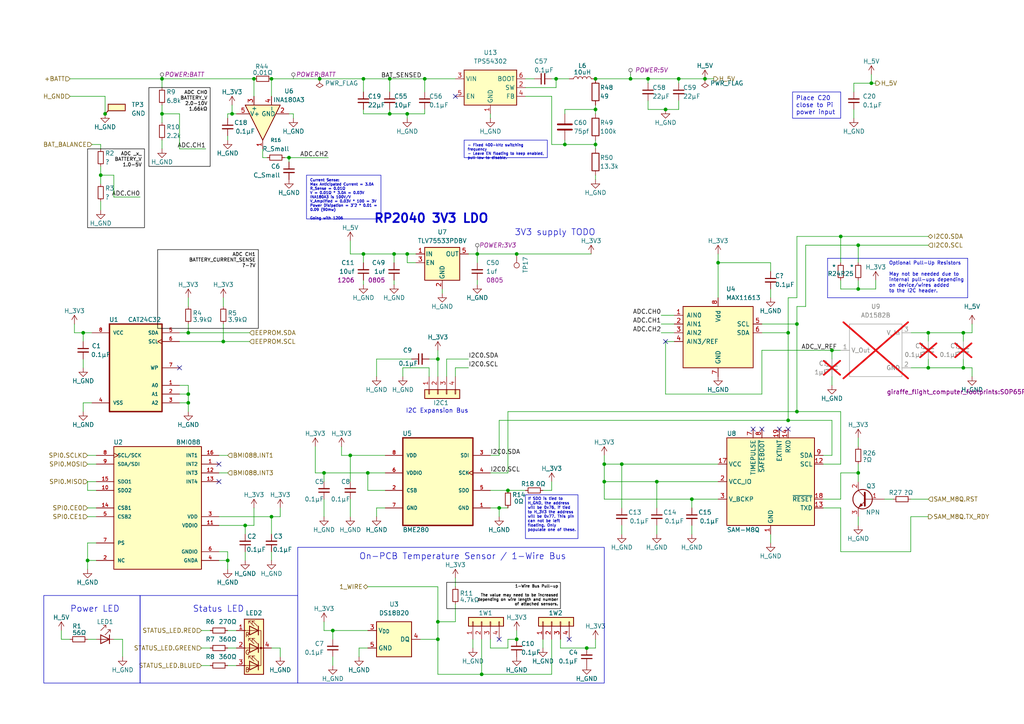
<source format=kicad_sch>
(kicad_sch (version 20250114) (generator "eeschema") (generator_version "9.0")
  (paper "A4")
  (rectangle (start 40.64 172.72) (end 86.36 198.12))
  (rectangle (start 86.36 158.75) (end 175.26 198.12))
  (rectangle (start 12.7 172.72) (end 40.64 198.12))
  (text "Optional Pull-Up Resistors\n\nMay not be needed due to\ninternal pull-ups depending\non device/wires added\nto the I2C header." (at 257.81 85.09 0) (effects (font (size 1 1)) (justify left bottom)))
  (text "3V3 supply TODO" (at 149.225 68.58 0) (effects (font (size 1.8 1.8)) (justify left bottom)))
  (text "I2C Expansion Bus" (at 135.89 120.015 0) (effects (font (size 1.27 1.27)) (justify right bottom)))
  (text "On-PCB Temperature Sensor / 1-Wire Bus" (at 104.14 162.56 0) (effects (font (size 1.8 1.8)) (justify left bottom)))
  (text "RP2040 3V3 LDO" (at 125.095 63.5 0) (effects (font (size 2.54 2.54) (thickness 0.508) (bold yes))))
  (text "Status LED" (at 55.88 177.8 0) (effects (font (size 1.8 1.8)) (justify left bottom)))
  (text "Power LED" (at 20.32 177.8 0) (effects (font (size 1.8 1.8)) (justify left bottom)))
  (text_box "- Fixed 400-kHz switching frequency\n- Leave EN floating to keep enabled, pull low to disable.\n" (at 134.62 40.64 0) (size 24.13 5.08) (margins 0.9525 0.9525 0.9525 0.9525) (effects (font (size 0.762 0.762)) (justify left top)))
  (text_box "Place C20 close to Pi power input" (at 229.87 26.67 0) (size 13.97 7.62) (margins 0.9525 0.9525 0.9525 0.9525) (effects (font (size 1.27 1.27)) (justify left top)))
  (text_box "ADC CH1\nBATTERY_CURRENT_SENSE\n?-?V" (at 45.72 72.39 0) (size 29.21 22.86) (margins 0.75 0.75 0.75 0.75) (stroke (width 0) (color 0 0 0 1)) (effects (font (size 1 1)) (justify right top)))
  (text_box "ADC _x_\nBATTERY_V\n1.0-5V\n" (at 25.4 43.18 0) (size 16.51 22.86) (margins 0.75 0.75 0.75 0.75) (stroke (width 0) (color 0 0 0 1)) (effects (font (size 1 1)) (justify right top)))
  (text_box "If SDO is tied to H_GND, the address will be 0x76, if tied to H_3V3 the address will be 0x77. This pin can not be left floating. Only populate one of these." (at 152.4 143.51 0) (size 15.24 12.7) (margins 0.6 0.6 0.6 0.6) (effects (font (size 0.8 0.8)) (justify left top)))
  (text_box "ADC CH0\nBATTERY_V\n2.0-10V\n1.66kΩ" (at 43.18 25.4 0) (size 17.78 22.86) (margins 0.75 0.75 0.75 0.75) (stroke (width 0) (color 0 0 0 1)) (effects (font (size 1 1)) (justify right top)))
  (text_box "1-Wire Bus Pull-up\n\nThe value may need to be increased\ndepending on wire length and number\nof attached sensors." (at 129.54 168.91 0) (size 33.02 7.62) (margins 0.6 0.6 0.6 0.6) (stroke (width 0) (color 0 0 0 1)) (effects (font (size 0.8 0.8)) (justify right top)))
  (text_box "Current Sense:\nMax Anticipated Current = 3.0A\nR_Sense = 0.01Ω\nV = 0.01Ω * 3.0A = 0.03V\nINA180A3 is 100V/V\nV_Amplified = 0.03V * 100 = 3V\nPower Disipation = 3^2 * 0.01 = 0.09 (90mw)\n\nGoing with 1206" (at 88.9 50.8 0) (size 21.59 12.7) (margins 0.9525 0.9525 0.9525 0.9525) (effects (font (size 0.762 0.762) (thickness 0.1588)) (justify left top)))
  (junction (at 101.6 132.08))
  (junction (at 144.78 147.32))
  (junction (at 248.92 137.16))
  (junction (at 172.72 41.91))
  (junction (at 187.96 22.86))
  (junction (at 149.86 185.42))
  (junction (at 163.83 41.91))
  (junction (at 269.24 106.68))
  (junction (at 172.72 22.86))
  (junction (at 96.52 182.88))
  (junction (at 78.74 149.86))
  (junction (at 30.48 33.02))
  (junction (at 73.66 22.86))
  (junction (at 67.31 33.02))
  (junction (at 228.6 96.52))
  (junction (at 54.61 116.84))
  (junction (at 127 104.14))
  (junction (at 161.29 22.86))
  (junction (at 231.14 119.38))
  (junction (at 252.73 24.13))
  (junction (at 83.82 45.72))
  (junction (at 279.4 96.52))
  (junction (at 248.92 83.82))
  (junction (at 46.99 22.86))
  (junction (at 78.74 22.86))
  (junction (at 118.11 73.66))
  (junction (at 118.11 33.02))
  (junction (at 243.84 68.58))
  (junction (at 92.71 22.86))
  (junction (at 228.6 121.92))
  (junction (at 200.66 144.78))
  (junction (at 93.98 137.16))
  (junction (at 54.61 114.3))
  (junction (at 138.43 73.66))
  (junction (at 269.24 96.52))
  (junction (at 113.03 22.86))
  (junction (at 54.61 96.52))
  (junction (at 66.04 162.56))
  (junction (at 64.77 99.06))
  (junction (at 149.86 73.66))
  (junction (at 25.4 162.56))
  (junction (at 46.99 33.02))
  (junction (at 127 185.42))
  (junction (at 105.41 22.86))
  (junction (at 139.7 195.58))
  (junction (at 24.13 96.52))
  (junction (at 114.3 73.66))
  (junction (at 208.28 76.2))
  (junction (at 106.68 137.16))
  (junction (at 29.21 50.8))
  (junction (at 190.5 139.7))
  (junction (at 127 180.34))
  (junction (at 248.92 71.12))
  (junction (at 105.41 73.66))
  (junction (at 241.3 101.6))
  (junction (at 231.14 93.98))
  (junction (at 196.85 22.86))
  (junction (at 113.03 33.02))
  (junction (at 193.04 31.75))
  (junction (at 204.47 22.86))
  (junction (at 172.72 31.75))
  (junction (at 175.26 134.62))
  (junction (at 180.34 134.62))
  (junction (at 175.26 139.7))
  (junction (at 71.12 152.4))
  (junction (at 279.4 106.68))
  (junction (at 123.19 22.86))
  (junction (at 182.88 22.86))
  (junction (at 147.32 142.24))
  (junction (at 170.18 187.96))
  (no_connect (at 193.04 99.06))
  (no_connect (at 220.98 124.46))
  (no_connect (at 218.44 124.46))
  (no_connect (at 144.78 185.42))
  (no_connect (at 228.6 124.46))
  (no_connect (at 52.07 106.68))
  (no_connect (at 165.1 185.42))
  (no_connect (at 63.5 139.7))
  (no_connect (at 226.06 124.46))
  (no_connect (at 132.08 27.94))
  (no_connect (at 63.5 134.62))
  (wire (pts (xy 175.26 132.08) (xy 175.26 134.62)))
  (wire (pts (xy 175.26 139.7) (xy 175.26 144.78)))
  (wire (pts (xy 26.67 116.84) (xy 24.13 116.84)))
  (wire (pts (xy 241.3 101.6) (xy 241.3 104.14)))
  (wire (pts (xy 160.02 185.42) (xy 160.02 195.58)))
  (wire (pts (xy 264.16 96.52) (xy 269.24 96.52)))
  (wire (pts (xy 163.83 31.75) (xy 172.72 31.75)))
  (wire (pts (xy 248.92 81.28) (xy 248.92 83.82)))
  (wire (pts (xy 129.54 104.14) (xy 135.89 104.14)))
  (wire (pts (xy 269.24 96.52) (xy 279.4 96.52)))
  (wire (pts (xy 162.56 185.42) (xy 162.56 187.96)))
  (wire (pts (xy 105.41 22.86) (xy 105.41 26.67)))
  (wire (pts (xy 187.96 31.75) (xy 193.04 31.75)))
  (wire (pts (xy 52.07 33.02) (xy 52.07 43.18)))
  (wire (pts (xy 83.82 45.72) (xy 95.25 45.72)))
  (wire (pts (xy 223.52 76.2) (xy 223.52 78.74)))
  (wire (pts (xy 196.85 29.21) (xy 196.85 31.75)))
  (wire (pts (xy 180.34 134.62) (xy 180.34 147.32)))
  (wire (pts (xy 105.41 31.75) (xy 105.41 33.02)))
  (wire (pts (xy 25.4 185.42) (xy 27.94 185.42)))
  (wire (pts (xy 172.72 41.91) (xy 172.72 43.18)))
  (wire (pts (xy 254 83.82) (xy 254 81.28)))
  (wire (pts (xy 228.6 96.52) (xy 228.6 86.36)))
  (wire (pts (xy 54.61 96.52) (xy 54.61 93.98)))
  (wire (pts (xy 281.94 96.52) (xy 281.94 93.98)))
  (wire (pts (xy 101.6 132.08) (xy 101.6 139.7)))
  (wire (pts (xy 127 101.6) (xy 127 104.14)))
  (wire (pts (xy 160.02 41.91) (xy 163.83 41.91)))
  (wire (pts (xy 147.32 185.42) (xy 147.32 187.96)))
  (wire (pts (xy 71.12 152.4) (xy 73.66 152.4)))
  (wire (pts (xy 264.16 160.02) (xy 264.16 149.86)))
  (wire (pts (xy 161.29 22.86) (xy 165.1 22.86)))
  (wire (pts (xy 132.08 106.68) (xy 135.89 106.68)))
  (wire (pts (xy 132.08 109.22) (xy 132.08 106.68)))
  (wire (pts (xy 127 104.14) (xy 127 109.22)))
  (wire (pts (xy 147.32 142.24) (xy 152.4 142.24)))
  (wire (pts (xy 25.4 139.7) (xy 27.94 139.7)))
  (wire (pts (xy 127 185.42) (xy 127 180.34)))
  (wire (pts (xy 123.19 22.86) (xy 132.08 22.86)))
  (wire (pts (xy 243.84 68.58) (xy 269.24 68.58)))
  (wire (pts (xy 121.92 185.42) (xy 127 185.42)))
  (wire (pts (xy 113.03 22.86) (xy 113.03 26.67)))
  (wire (pts (xy 46.99 33.02) (xy 52.07 33.02)))
  (wire (pts (xy 248.92 137.16) (xy 243.84 137.16)))
  (wire (pts (xy 193.04 114.3) (xy 193.04 99.06)))
  (wire (pts (xy 190.5 139.7) (xy 190.5 147.32)))
  (wire (pts (xy 118.11 76.2) (xy 118.11 73.66)))
  (wire (pts (xy 138.43 76.2) (xy 138.43 73.66)))
  (wire (pts (xy 228.6 121.92) (xy 241.3 121.92)))
  (wire (pts (xy 21.59 93.98) (xy 21.59 96.52)))
  (wire (pts (xy 101.6 73.66) (xy 105.41 73.66)))
  (wire (pts (xy 81.28 149.86) (xy 81.28 147.32)))
  (wire (pts (xy 52.07 43.18) (xy 59.69 43.18)))
  (wire (pts (xy 193.04 99.06) (xy 195.58 99.06)))
  (wire (pts (xy 264.16 106.68) (xy 269.24 106.68)))
  (wire (pts (xy 46.99 22.86) (xy 46.99 25.4)))
  (wire (pts (xy 29.21 50.8) (xy 33.02 50.8)))
  (wire (pts (xy 135.89 73.66) (xy 138.43 73.66)))
  (wire (pts (xy 96.52 182.88) (xy 106.68 182.88)))
  (wire (pts (xy 231.14 93.98) (xy 231.14 88.9)))
  (wire (pts (xy 81.28 187.96) (xy 81.28 190.5)))
  (wire (pts (xy 243.84 81.28) (xy 243.84 83.82)))
  (wire (pts (xy 24.13 116.84) (xy 24.13 119.38)))
  (wire (pts (xy 149.86 182.88) (xy 149.86 185.42)))
  (wire (pts (xy 228.6 96.52) (xy 228.6 121.92)))
  (wire (pts (xy 78.74 149.86) (xy 81.28 149.86)))
  (wire (pts (xy 46.99 33.02) (xy 46.99 35.56)))
  (wire (pts (xy 220.98 93.98) (xy 231.14 93.98)))
  (wire (pts (xy 104.14 187.96) (xy 106.68 187.96)))
  (wire (pts (xy 52.07 111.76) (xy 54.61 111.76)))
  (wire (pts (xy 127 104.14) (xy 124.46 104.14)))
  (wire (pts (xy 172.72 22.86) (xy 182.88 22.86)))
  (wire (pts (xy 33.02 57.15) (xy 40.64 57.15)))
  (wire (pts (xy 142.24 187.96) (xy 142.24 185.42)))
  (wire (pts (xy 109.22 104.14) (xy 109.22 109.22)))
  (wire (pts (xy 76.2 45.72) (xy 77.47 45.72)))
  (wire (pts (xy 243.84 83.82) (xy 248.92 83.82)))
  (wire (pts (xy 180.34 152.4) (xy 180.34 154.94)))
  (wire (pts (xy 66.04 40.64) (xy 66.04 39.37)))
  (wire (pts (xy 238.76 147.32) (xy 243.84 147.32)))
  (wire (pts (xy 248.92 134.62) (xy 248.92 137.16)))
  (wire (pts (xy 196.85 31.75) (xy 193.04 31.75)))
  (wire (pts (xy 248.92 71.12) (xy 248.92 76.2)))
  (wire (pts (xy 21.59 96.52) (xy 24.13 96.52)))
  (wire (pts (xy 63.5 137.16) (xy 66.04 137.16)))
  (polyline (pts (xy 240.03 74.93) (xy 280.67 74.93)))
  (wire (pts (xy 106.68 137.16) (xy 111.76 137.16)))
  (wire (pts (xy 231.14 86.36) (xy 231.14 68.58)))
  (wire (pts (xy 269.24 104.14) (xy 269.24 106.68)))
  (wire (pts (xy 269.24 96.52) (xy 269.24 99.06)))
  (wire (pts (xy 127 195.58) (xy 139.7 195.58)))
  (wire (pts (xy 187.96 29.21) (xy 187.96 31.75)))
  (wire (pts (xy 54.61 116.84) (xy 54.61 119.38)))
  (wire (pts (xy 247.65 31.75) (xy 247.65 34.29)))
  (wire (pts (xy 175.26 134.62) (xy 180.34 134.62)))
  (wire (pts (xy 149.86 185.42) (xy 147.32 185.42)))
  (wire (pts (xy 248.92 83.82) (xy 254 83.82)))
  (wire (pts (xy 144.78 121.92) (xy 144.78 132.08)))
  (wire (pts (xy 238.76 132.08) (xy 241.3 132.08)))
  (wire (pts (xy 63.5 132.08) (xy 66.04 132.08)))
  (wire (pts (xy 220.98 96.52) (xy 228.6 96.52)))
  (wire (pts (xy 105.41 22.86) (xy 113.03 22.86)))
  (wire (pts (xy 27.94 142.24) (xy 25.4 142.24)))
  (wire (pts (xy 231.14 119.38) (xy 243.84 119.38)))
  (wire (pts (xy 248.92 127) (xy 248.92 129.54)))
  (wire (pts (xy 111.76 142.24) (xy 106.68 142.24)))
  (wire (pts (xy 123.19 33.02) (xy 123.19 31.75)))
  (wire (pts (xy 191.77 93.98) (xy 195.58 93.98)))
  (wire (pts (xy 25.4 132.08) (xy 27.94 132.08)))
  (wire (pts (xy 152.4 25.4) (xy 161.29 25.4)))
  (wire (pts (xy 172.72 31.75) (xy 172.72 33.02)))
  (wire (pts (xy 160.02 139.7) (xy 160.02 142.24)))
  (wire (pts (xy 113.03 22.86) (xy 123.19 22.86)))
  (wire (pts (xy 127 185.42) (xy 127 195.58)))
  (wire (pts (xy 279.4 106.68) (xy 281.94 106.68)))
  (wire (pts (xy 119.38 104.14) (xy 109.22 104.14)))
  (wire (pts (xy 118.11 33.02) (xy 118.11 34.29)))
  (polyline (pts (xy 280.67 74.93) (xy 280.67 86.36)))
  (wire (pts (xy 78.74 22.86) (xy 78.74 27.94)))
  (wire (pts (xy 132.08 175.26) (xy 132.08 180.34)))
  (wire (pts (xy 99.06 129.54) (xy 99.06 132.08)))
  (wire (pts (xy 92.71 22.86) (xy 105.41 22.86)))
  (wire (pts (xy 252.73 24.13) (xy 254 24.13)))
  (wire (pts (xy 93.98 144.78) (xy 93.98 149.86)))
  (wire (pts (xy 17.78 185.42) (xy 20.32 185.42)))
  (wire (pts (xy 109.22 147.32) (xy 109.22 149.86)))
  (wire (pts (xy 114.3 81.28) (xy 114.3 82.55)))
  (wire (pts (xy 204.47 22.86) (xy 207.01 22.86)))
  (wire (pts (xy 252.73 21.59) (xy 252.73 24.13)))
  (wire (pts (xy 101.6 132.08) (xy 111.76 132.08)))
  (wire (pts (xy 67.31 33.02) (xy 68.58 33.02)))
  (wire (pts (xy 137.16 185.42) (xy 137.16 187.96)))
  (wire (pts (xy 120.65 76.2) (xy 118.11 76.2)))
  (wire (pts (xy 127 180.34) (xy 132.08 180.34)))
  (wire (pts (xy 191.77 91.44) (xy 195.58 91.44)))
  (wire (pts (xy 243.84 119.38) (xy 243.84 134.62)))
  (wire (pts (xy 111.76 147.32) (xy 109.22 147.32)))
  (wire (pts (xy 200.66 152.4) (xy 200.66 154.94)))
  (wire (pts (xy 172.72 40.64) (xy 172.72 41.91)))
  (wire (pts (xy 191.77 96.52) (xy 195.58 96.52)))
  (wire (pts (xy 66.04 193.04) (xy 68.58 193.04)))
  (wire (pts (xy 52.07 96.52) (xy 54.61 96.52)))
  (wire (pts (xy 127 170.18) (xy 127 180.34)))
  (wire (pts (xy 26.67 41.91) (xy 29.21 41.91)))
  (wire (pts (xy 46.99 30.48) (xy 46.99 33.02)))
  (wire (pts (xy 91.44 129.54) (xy 91.44 137.16)))
  (wire (pts (xy 162.56 187.96) (xy 170.18 187.96)))
  (wire (pts (xy 33.02 185.42) (xy 35.56 185.42)))
  (polyline (pts (xy 280.67 86.36) (xy 240.03 86.36)))
  (wire (pts (xy 20.32 22.86) (xy 46.99 22.86)))
  (wire (pts (xy 269.24 106.68) (xy 279.4 106.68)))
  (wire (pts (xy 233.68 88.9) (xy 233.68 71.12)))
  (wire (pts (xy 83.82 33.02) (xy 85.09 33.02)))
  (wire (pts (xy 279.4 104.14) (xy 279.4 106.68)))
  (wire (pts (xy 233.68 71.12) (xy 248.92 71.12)))
  (wire (pts (xy 25.4 134.62) (xy 27.94 134.62)))
  (wire (pts (xy 66.04 160.02) (xy 66.04 162.56)))
  (wire (pts (xy 163.83 41.91) (xy 172.72 41.91)))
  (wire (pts (xy 24.13 104.14) (xy 24.13 106.68)))
  (wire (pts (xy 132.08 167.64) (xy 132.08 170.18)))
  (wire (pts (xy 190.5 152.4) (xy 190.5 154.94)))
  (wire (pts (xy 160.02 41.91) (xy 160.02 27.94)))
  (wire (pts (xy 223.52 86.36) (xy 223.52 83.82)))
  (wire (pts (xy 208.28 76.2) (xy 223.52 76.2)))
  (wire (pts (xy 113.03 31.75) (xy 113.03 33.02)))
  (wire (pts (xy 124.46 106.68) (xy 116.84 106.68)))
  (wire (pts (xy 208.28 139.7) (xy 190.5 139.7)))
  (wire (pts (xy 64.77 99.06) (xy 72.39 99.06)))
  (wire (pts (xy 200.66 144.78) (xy 200.66 147.32)))
  (polyline (pts (xy 240.03 74.93) (xy 240.03 86.36)))
  (wire (pts (xy 175.26 139.7) (xy 190.5 139.7)))
  (wire (pts (xy 157.48 142.24) (xy 160.02 142.24)))
  (wire (pts (xy 139.7 185.42) (xy 139.7 195.58)))
  (wire (pts (xy 25.4 142.24) (xy 25.4 139.7)))
  (wire (pts (xy 172.72 187.96) (xy 170.18 187.96)))
  (wire (pts (xy 243.84 160.02) (xy 264.16 160.02)))
  (wire (pts (xy 154.94 22.86) (xy 152.4 22.86)))
  (wire (pts (xy 93.98 137.16) (xy 93.98 139.7)))
  (wire (pts (xy 101.6 132.08) (xy 99.06 132.08)))
  (wire (pts (xy 66.04 33.02) (xy 67.31 33.02)))
  (wire (pts (xy 142.24 132.08) (xy 144.78 132.08)))
  (wire (pts (xy 105.41 73.66) (xy 105.41 76.2)))
  (wire (pts (xy 208.28 144.78) (xy 200.66 144.78)))
  (wire (pts (xy 54.61 114.3) (xy 54.61 116.84)))
  (wire (pts (xy 30.48 27.94) (xy 30.48 33.02)))
  (wire (pts (xy 144.78 147.32) (xy 144.78 149.86)))
  (wire (pts (xy 29.21 41.91) (xy 29.21 43.18)))
  (wire (pts (xy 160.02 27.94) (xy 152.4 27.94)))
  (wire (pts (xy 187.96 22.86) (xy 196.85 22.86)))
  (wire (pts (xy 243.84 137.16) (xy 243.84 144.78)))
  (wire (pts (xy 67.31 33.02) (xy 67.31 30.48)))
  (wire (pts (xy 20.32 27.94) (xy 30.48 27.94)))
  (wire (pts (xy 52.07 99.06) (xy 64.77 99.06)))
  (wire (pts (xy 118.11 73.66) (xy 120.65 73.66)))
  (wire (pts (xy 63.5 160.02) (xy 66.04 160.02)))
  (wire (pts (xy 243.84 68.58) (xy 243.84 76.2)))
  (wire (pts (xy 220.98 101.6) (xy 220.98 114.3)))
  (wire (pts (xy 29.21 58.42) (xy 29.21 60.96)))
  (wire (pts (xy 63.5 162.56) (xy 66.04 162.56)))
  (wire (pts (xy 247.65 26.67) (xy 247.65 24.13)))
  (wire (pts (xy 264.16 144.78) (xy 269.24 144.78)))
  (wire (pts (xy 54.61 111.76) (xy 54.61 114.3)))
  (wire (pts (xy 142.24 147.32) (xy 144.78 147.32)))
  (wire (pts (xy 161.29 25.4) (xy 161.29 22.86)))
  (wire (pts (xy 281.94 106.68) (xy 281.94 109.22)))
  (wire (pts (xy 54.61 86.36) (xy 54.61 88.9)))
  (wire (pts (xy 96.52 185.42) (xy 96.52 182.88)))
  (wire (pts (xy 220.98 114.3) (xy 193.04 114.3)))
  (wire (pts (xy 96.52 190.5) (xy 96.52 193.04)))
  (wire (pts (xy 105.41 82.55) (xy 105.41 81.28)))
  (wire (pts (xy 182.88 21.59) (xy 182.88 22.86)))
  (wire (pts (xy 238.76 134.62) (xy 243.84 134.62)))
  (wire (pts (xy 139.7 195.58) (xy 160.02 195.58)))
  (wire (pts (xy 73.66 147.32) (xy 73.66 152.4)))
  (wire (pts (xy 63.5 152.4) (xy 71.12 152.4)))
  (wire (pts (xy 129.54 104.14) (xy 129.54 109.22)))
  (wire (pts (xy 63.5 149.86) (xy 78.74 149.86)))
  (wire (pts (xy 93.98 137.16) (xy 106.68 137.16)))
  (wire (pts (xy 248.92 137.16) (xy 248.92 139.7)))
  (wire (pts (xy 91.44 137.16) (xy 93.98 137.16)))
  (wire (pts (xy 71.12 152.4) (xy 71.12 154.94)))
  (wire (pts (xy 231.14 93.98) (xy 231.14 119.38)))
  (wire (pts (xy 78.74 187.96) (xy 81.28 187.96)))
  (wire (pts (xy 66.04 34.29) (xy 66.04 33.02)))
  (wire (pts (xy 147.32 119.38) (xy 231.14 119.38)))
  (wire (pts (xy 144.78 121.92) (xy 228.6 121.92)))
  (wire (pts (xy 241.3 121.92) (xy 241.3 132.08)))
  (wire (pts (xy 58.42 193.04) (xy 60.96 193.04)))
  (wire (pts (xy 66.04 182.88) (xy 68.58 182.88)))
  (wire (pts (xy 27.94 157.48) (xy 25.4 157.48)))
  (wire (pts (xy 25.4 157.48) (xy 25.4 162.56)))
  (wire (pts (xy 17.78 182.88) (xy 17.78 185.42)))
  (wire (pts (xy 93.98 180.34) (xy 93.98 182.88)))
  (wire (pts (xy 147.32 119.38) (xy 147.32 137.16)))
  (wire (pts (xy 116.84 106.68) (xy 116.84 109.22)))
  (wire (pts (xy 78.74 22.86) (xy 92.71 22.86)))
  (wire (pts (xy 124.46 109.22) (xy 124.46 106.68)))
  (wire (pts (xy 29.21 48.26) (xy 29.21 50.8)))
  (wire (pts (xy 73.66 22.86) (xy 73.66 27.94)))
  (wire (pts (xy 238.76 144.78) (xy 243.84 144.78)))
  (wire (pts (xy 208.28 73.66) (xy 208.28 76.2)))
  (wire (pts (xy 93.98 182.88) (xy 96.52 182.88)))
  (wire (pts (xy 105.41 33.02) (xy 113.03 33.02)))
  (wire (pts (xy 161.29 22.86) (xy 160.02 22.86)))
  (wire (pts (xy 243.84 147.32) (xy 243.84 160.02)))
  (wire (pts (xy 142.24 142.24) (xy 147.32 142.24)))
  (wire (pts (xy 220.98 101.6) (xy 241.3 101.6)))
  (wire (pts (xy 172.72 30.48) (xy 172.72 31.75)))
  (wire (pts (xy 147.32 187.96) (xy 142.24 187.96)))
  (wire (pts (xy 264.16 149.86) (xy 269.24 149.86)))
  (wire (pts (xy 106.68 170.18) (xy 127 170.18)))
  (wire (pts (xy 247.65 24.13) (xy 252.73 24.13)))
  (wire (pts (xy 64.77 93.98) (xy 64.77 99.06)))
  (wire (pts (xy 24.13 96.52) (xy 26.67 96.52)))
  (wire (pts (xy 113.03 33.02) (xy 118.11 33.02)))
  (wire (pts (xy 54.61 96.52) (xy 72.39 96.52)))
  (wire (pts (xy 106.68 142.24) (xy 106.68 137.16)))
  (wire (pts (xy 223.52 157.48) (xy 223.52 154.94)))
  (wire (pts (xy 76.2 43.18) (xy 76.2 45.72)))
  (wire (pts (xy 248.92 71.12) (xy 269.24 71.12)))
  (wire (pts (xy 172.72 50.8) (xy 172.72 52.07)))
  (wire (pts (xy 163.83 40.64) (xy 163.83 41.91)))
  (wire (pts (xy 279.4 96.52) (xy 279.4 99.06)))
  (wire (pts (xy 157.48 185.42) (xy 157.48 187.96)))
  (wire (pts (xy 241.3 109.22) (xy 241.3 111.76)))
  (wire (pts (xy 58.42 182.88) (xy 60.96 182.88)))
  (wire (pts (xy 142.24 137.16) (xy 147.32 137.16)))
  (wire (pts (xy 83.82 45.72) (xy 83.82 46.99)))
  (wire (pts (xy 138.43 73.66) (xy 149.86 73.66)))
  (wire (pts (xy 149.86 73.66) (xy 171.45 73.66)))
  (wire (pts (xy 25.4 149.86) (xy 27.94 149.86)))
  (wire (pts (xy 187.96 24.13) (xy 187.96 22.86)))
  (wire (pts (xy 25.4 147.32) (xy 27.94 147.32)))
  (wire (pts (xy 33.02 57.15) (xy 33.02 50.8)))
  (wire (pts (xy 231.14 68.58) (xy 243.84 68.58)))
  (wire (pts (xy 208.28 134.62) (xy 180.34 134.62)))
  (wire (pts (xy 172.72 187.96) (xy 172.72 185.42)))
  (wire (pts (xy 83.82 45.72) (xy 82.55 45.72)))
  (wire (pts (xy 58.42 187.96) (xy 60.96 187.96)))
  (wire (pts (xy 66.04 162.56) (xy 66.04 165.1)))
  (wire (pts (xy 64.77 86.36) (xy 64.77 88.9)))
  (wire (pts (xy 35.56 185.42) (xy 35.56 190.5)))
  (wire (pts (xy 196.85 22.86) (xy 204.47 22.86)))
  (wire (pts (xy 163.83 33.02) (xy 163.83 31.75)))
  (wire (pts (xy 24.13 96.52) (xy 24.13 99.06)))
  (wire (pts (xy 101.6 144.78) (xy 101.6 149.86)))
  (wire (pts (xy 29.21 50.8) (xy 29.21 53.34)))
  (wire (pts (xy 138.43 81.28) (xy 138.43 82.55)))
  (wire (pts (xy 46.99 40.64) (xy 46.99 43.18)))
  (wire (pts (xy 25.4 162.56) (xy 25.4 165.1)))
  (wire (pts (xy 71.12 160.02) (xy 71.12 162.56)))
  (wire (pts (xy 248.92 149.86) (xy 248.92 152.4)))
  (wire (pts (xy 175.26 134.62) (xy 175.26 139.7)))
  (wire (pts (xy 123.19 22.86) (xy 123.19 26.67)))
  (wire (pts (xy 114.3 73.66) (xy 118.11 73.66)))
  (wire (pts (xy 256.54 144.78) (xy 259.08 144.78)))
  (wire (pts (xy 196.85 24.13) (xy 196.85 22.86)))
  (wire (pts (xy 279.4 96.52) (xy 281.94 96.52)))
  (wire (pts (xy 243.84 101.6) (xy 241.3 101.6)))
  (wire (pts (xy 104.14 190.5) (xy 104.14 187.96)))
  (wire (pts (xy 118.11 33.02) (xy 123.19 33.02)))
  (wire (pts (xy 105.41 73.66) (xy 114.3 73.66)))
  (wire (pts (xy 114.3 73.66) (xy 114.3 76.2)))
  (wire (pts (xy 101.6 69.85) (xy 101.6 73.66)))
  (wire (pts (xy 128.27 85.09) (xy 128.27 83.82)))
  (wire (pts (xy 231.14 88.9) (xy 233.68 88.9)))
  (wire (pts (xy 52.07 116.84) (xy 54.61 116.84)))
  (wire (pts (xy 228.6 86.36) (xy 231.14 86.36)))
  (wire (pts (xy 142.24 34.29) (xy 142.24 33.02)))
  (wire (pts (xy 144.78 147.32) (xy 147.32 147.32)))
  (wire (pts (xy 208.28 76.2) (xy 208.28 86.36)))
  (wire (pts (xy 25.4 162.56) (xy 27.94 162.56)))
  (wire (pts (xy 46.99 22.86) (xy 73.66 22.86)))
  (wire (pts (xy 175.26 144.78) (xy 200.66 144.78)))
  (wire (pts (xy 182.88 22.86) (xy 187.96 22.86)))
  (wire (pts (xy 78.74 160.02) (xy 78.74 162.56)))
  (wire (pts (xy 52.07 114.3) (xy 54.61 114.3)))
  (wire (pts (xy 85.09 33.02) (xy 85.09 34.29)))
  (wire (pts (xy 78.74 149.86) (xy 78.74 154.94)))
  (wire (pts (xy 66.04 187.96) (xy 68.58 187.96)))
  (label "ADC.CH1" (at 191.77 93.98 180))
  (label "BAT_SENSED" (at 110.49 22.86 0))
  (label "ADC.CH1" (at 59.69 43.18 180))
  (label "ADC.CH0" (at 40.64 57.15 180))
  (label "ADC.CH2" (at 191.77 96.52 180))
  (label "ADC.CH0" (at 191.77 91.44 180))
  (label "ADC_V_REF" (at 232.41 101.6 0))
  (label "ADC.CH2" (at 95.25 45.72 180))
  (label "I2C0.SCL" (at 135.89 106.68 0))
  (label "I2C0.SDA" (at 135.89 104.14 0))
  (label "I2C0.SDA" (at 142.24 132.08 0))
  (label "I2C0.SCL" (at 142.24 137.16 0))
  (hierarchical_label "I2C0.SDA" (shape bidirectional) (at 269.24 68.58 0))
  (hierarchical_label "BMI088.INT3" (shape input) (at 66.04 137.16 0))
  (hierarchical_label "SPI0.CE0" (shape input) (at 25.4 147.32 180))
  (hierarchical_label "SAM_M8Q.TX_RDY" (shape output) (at 269.24 149.86 0))
  (hierarchical_label "STATUS_LED.GREEN" (shape input) (at 58.42 187.96 180))
  (hierarchical_label "SPI0.MOSI" (shape input) (at 25.4 134.62 180))
  (hierarchical_label "H_GND" (shape input) (at 20.32 27.94 180))
  (hierarchical_label "H_5V" (shape output) (at 254 24.13 0))
  (hierarchical_label "+BATT" (shape input) (at 20.32 22.86 180))
  (hierarchical_label "BAT_BALANCE" (shape input) (at 26.67 41.91 180))
  (hierarchical_label "EEPROM.SCL" (shape input) (at 72.39 99.06 0))
  (hierarchical_label "STATUS_LED.BLUE" (shape input) (at 58.42 193.04 180))
  (hierarchical_label "SPI0.SCLK" (shape input) (at 25.4 132.08 180))
  (hierarchical_label "H_5V" (shape output) (at 207.01 22.86 0))
  (hierarchical_label "SPI0.MISO" (shape input) (at 25.4 139.7 180))
  (hierarchical_label "STATUS_LED.RED" (shape input) (at 58.42 182.88 180))
  (hierarchical_label "I2C0.SCL" (shape input) (at 269.24 71.12 0))
  (hierarchical_label "EEPROM.SDA" (shape input) (at 72.39 96.52 0))
  (hierarchical_label "BMI088.INT1" (shape input) (at 66.04 132.08 0))
  (hierarchical_label "1_WIRE" (shape bidirectional) (at 106.68 170.18 180))
  (hierarchical_label "SAM_M8Q.RST" (shape input) (at 269.24 144.78 0))
  (hierarchical_label "SPI0.CE1" (shape input) (at 25.4 149.86 180))
  (netclass_flag "" (length 1.25) (shape round) (at 85.09 22.86 0) (property "Netclass" "POWER:BATT" (at 85.7885 21.61 0) (effects (font (italic yes)) (justify left))))
  (netclass_flag "" (length 1.25) (shape round) (at 182.88 21.59 0) (property "Netclass" "POWER:5V" (at 184.15 20.32 0) (effects (font (italic yes)) (justify left))))
  (netclass_flag "" (length 2.54) (shape round) (at 138.43 73.66 0) (property "Netclass" "POWER:3V3" (at 138.938 71.12 0) (effects (font (italic yes)) (justify left))))
  (netclass_flag "" (length 1.25) (shape round) (at 46.99 22.86 0) (property "Netclass" "POWER:BATT" (at 47.6885 21.61 0) (effects (font (italic yes)) (justify left))))
  (symbol (lib_id "Device:R_Small") (at 63.5 193.04 90) (unit 1)
    (property "Reference" "R8" (at 60.96 190.5 90))
    (property "Value" "360Ω" (at 66.04 190.5 90))
    (property "Footprint" "Resistor_SMD:R_0402_1005Metric" (effects (hide yes)))
  )
  (symbol (lib_id "Device:C_Small") (at 157.48 22.86 90) (unit 1)
    (property "Reference" "C57" (at 154.94 17.78 90) (effects (justify right)))
    (property "Value" "0.1µF" (at 154.94 20.32 90) (effects (justify right)))
    (property "Footprint" "Capacitor_SMD:C_0603_1608Metric" (effects (hide yes)))
  )
  (symbol (lib_id "Device:R_Small") (at 63.5 187.96 90) (unit 1)
    (property "Reference" "R7" (at 60.96 185.42 90))
    (property "Value" "360Ω" (at 66.04 185.42 90))
    (property "Footprint" "Resistor_SMD:R_0402_1005Metric" (effects (hide yes)))
  )
  (symbol (lib_id "Device:C_Small") (at 247.65 29.21 180) (unit 1)
    (property "Reference" "C20" (at 250.19 27.94 0) (effects (justify right)))
    (property "Value" "0.1µF" (at 250.19 30.48 0) (effects (justify right)))
    (property "Footprint" "Capacitor_SMD:C_0603_1608Metric" (effects (hide yes)))
    (instances (project "giraffe_flight_computer" (path "" (reference "C20") (unit 1))) (project "GFC-Hat" (path "" (reference "C?") (unit 1))))
  )
  (symbol (lib_id "giraffe_symbols:H_GND") (at 247.65 34.29 0) (unit 1)
    (property "Reference" "#PWRHGND014" (effects (hide yes)))
    (property "Value" "H_GND" (at 247.65 38.1 0))
  )
  (symbol (lib_id "Device:C_Small") (at 196.85 26.67 0) (unit 1)
    (property "Reference" "C59" (at 198.12 25.4 0) (effects (justify left)))
    (property "Value" "22µF" (at 198.12 27.94 0) (effects (justify left)))
    (property "Footprint" "Capacitor_SMD:C_1210_3225Metric" (effects (hide yes)))
    (property "Datasheet" "CL32A226MAJNNNE" (effects (hide yes)))
  )
  (symbol (lib_id "Device:R_Small") (at 46.99 38.1 0) (unit 1)
    (property "Reference" "R10" (at 48.26 36.83 0) (effects (justify left)))
    (property "Value" "2.2k" (at 48.26 39.37 0) (effects (justify left)))
    (property "Footprint" "Resistor_SMD:R_0402_1005Metric" (effects (hide yes)))
  )
  (symbol (lib_id "Device:C_Small") (at 105.41 29.21 0) (unit 1)
    (property "Reference" "C19" (at 106.68 27.94 0) (effects (justify left)))
    (property "Value" "22µF" (at 106.68 30.48 0) (effects (justify left)))
    (property "Footprint" "Capacitor_SMD:C_1210_3225Metric" (effects (hide yes)))
    (property "Datasheet" "CL32A226MAJNNNE" (effects (hide yes)))
  )
  (symbol (lib_id "Connector:TestPoint") (at 149.86 73.66 0) (mirror x) (unit 1)
    (property "Reference" "TP17" (at 152.4 76.835 90))
    (property "Value" "TestPoint" (effects (hide yes)))
    (property "Footprint" "TestPoint:TestPoint_Pad_D1.0mm" (effects (hide yes)))
    (property "Datasheet" "n/a" (effects (hide yes)))
    (property "Description" "test point" (effects (hide yes)))
  )
  (symbol (lib_id "giraffe_symbols:H_GND") (at 114.3 82.55 0) (unit 1)
    (property "Reference" "#PWRHGND08" (effects (hide yes)))
    (property "Value" "H_GND" (at 114.3 86.36 0))
  )
  (symbol (lib_id "Device:C_Small") (at 180.34 149.86 0) (unit 1)
    (property "Reference" "C13" (at 184.15 148.59 0))
    (property "Value" "0.1µF" (at 185.42 151.13 0))
    (property "Footprint" "Capacitor_SMD:C_0603_1608Metric" (effects (hide yes)))
    (instances (project "giraffe_flight_computer" (path "" (reference "C13") (unit 1))) (project "GFC-Hat" (path "" (reference "C?") (unit 1))))
  )
  (symbol (lib_id "Device:R_Small") (at 261.62 144.78 90) (unit 1)
    (property "Reference" "R27" (at 259.715 142.875 90))
    (property "Value" "?Ω" (at 263.525 142.875 90))
    (property "Footprint" "Resistor_SMD:R_0603_1608Metric" (effects (hide yes)))
  )
  (symbol (lib_id "Device:R_Small") (at 54.61 91.44 0) (mirror x) (unit 1)
    (property "Reference" "R4" (at 55.88 90.805 0) (effects (justify left)))
    (property "Value" "3.9kΩ" (at 55.88 92.71 0) (effects (justify left)))
    (property "Footprint" "Resistor_SMD:R_0603_1608Metric" (effects (hide yes)))
    (instances (project "giraffe_flight_computer" (path "" (reference "R4") (unit 1))) (project "GFC-Hat" (path "" (reference "R?") (unit 1))))
  )
  (symbol (lib_id "Device:C_Small") (at 138.43 78.74 180) (unit 1)
    (property "Reference" "C50" (at 140.97 76.2 0) (effects (justify right)))
    (property "Value" "1uf" (at 140.97 78.74 0) (effects (justify right)))
    (property "Footprint" "Capacitor_SMD:C_0805_2012Metric" (effects (hide yes)))
    (property "Datasheet" "n/a" (effects (hide yes)))
    (property "Description" "Unpolarized capacitor, small symbol" (effects (hide yes)))
    (property "Size" "0805" (at 140.97 81.28 0) (effects (justify right)))
  )
  (symbol (lib_id "giraffe_symbols:H_GND") (at 118.11 34.29 0) (unit 1)
    (property "Reference" "#PWR094" (effects (hide yes)))
    (property "Value" "H_GND" (at 118.11 38.1 0))
  )
  (symbol (lib_id "Device:C_Small") (at 170.18 190.5 0) (mirror x) (unit 1)
    (property "Reference" "C4" (at 167.64 189.23 0) (effects (justify right)))
    (property "Value" "0.1µF" (at 167.64 191.77 0) (effects (justify right)))
    (property "Footprint" "Capacitor_SMD:C_0603_1608Metric" (effects (hide yes)))
    (instances (project "giraffe_flight_computer" (path "" (reference "C4") (unit 1))) (project "GFC-Hat" (path "" (reference "C?") (unit 1))))
  )
  (symbol (lib_id "giraffe_symbols:H_GND") (at 109.22 109.22 0) (mirror y) (unit 1)
    (property "Reference" "#PWR028" (effects (hide yes)))
    (property "Value" "H_GND" (at 109.22 113.03 0))
    (instances (project "giraffe_flight_computer" (path "" (reference "#PWR028") (unit 1))) (project "GFC-Hat" (path "" (reference "#PWR?") (unit 1)) (path "" (reference "#PWR?") (unit 1))))
  )
  (symbol (lib_id "giraffe_symbols:H_3V3") (at 171.45 73.66 0) (unit 1)
    (property "Reference" "#PWR061" (effects (hide yes)))
    (property "Value" "H_3V3" (at 171.45 69.85 0))
  )
  (symbol (lib_id "Analog_ADC:MAX11613") (at 208.28 96.52 0) (unit 1)
    (property "Reference" "U4" (at 210.5948 83.82 0) (effects (justify left)))
    (property "Value" "MAX11613" (at 210.5948 86.36 0) (effects (justify left)))
    (property "Footprint" "giraffe_flight_computer_footprints:SOP65P490X110-8N" (at 257.175 113.665 0) (effects (justify left)))
    (property "Datasheet" "https://datasheets.maximintegrated.com/en/ds/MAX11612-MAX11617.pdf" (effects (hide yes)))
    (property "Description" "4-channel single-ended or 2-channel, differential, 12-bit ADC, I2C, 2.048V internal reference, 8-MSOP package" (effects (hide yes)))
  )
  (symbol (lib_id "Device:C_Small") (at 78.74 157.48 180) (unit 1)
    (property "Reference" "C3" (at 80.645 155.575 0))
    (property "Value" "0.1µF" (at 81.915 159.385 0))
    (property "Footprint" "Capacitor_SMD:C_0603_1608Metric" (effects (hide yes)))
    (instances (project "giraffe_flight_computer" (path "" (reference "C3") (unit 1))) (project "GFC-Hat" (path "" (reference "C?") (unit 1))))
  )
  (symbol (lib_id "Device:C_Small") (at 105.41 78.74 0) (mirror x) (unit 1)
    (property "Reference" "C11" (at 102.87 76.2 0) (effects (justify right)))
    (property "Value" "10uf" (at 102.87 78.74 0) (effects (justify right)))
    (property "Footprint" "Capacitor_SMD:C_1206_3216Metric" (effects (hide yes)))
    (property "Datasheet" "n/a" (effects (hide yes)))
    (property "Description" "Unpolarized capacitor, small symbol" (effects (hide yes)))
    (property "Size" "1206" (at 102.87 81.28 0) (effects (justify right)))
  )
  (symbol (lib_id "giraffe_symbols:H_GND") (at 200.66 154.94 0) (unit 1)
    (property "Reference" "#PWR044" (effects (hide yes)))
    (property "Value" "H_GND" (at 200.66 158.75 0))
    (instances (project "giraffe_flight_computer" (path "" (reference "#PWR044") (unit 1))) (project "GFC-Hat" (path "" (reference "#PWR?") (unit 1)) (path "" (reference "#PWR?") (unit 1))))
  )
  (symbol (lib_id "giraffe_symbols:H_GND") (at 281.94 109.22 0) (mirror y) (unit 1)
    (property "Reference" "#PWR055" (effects (hide yes)))
    (property "Value" "H_GND" (at 281.94 113.03 0))
    (instances (project "giraffe_flight_computer" (path "" (reference "#PWR055") (unit 1))) (project "GFC-Hat" (path "" (reference "#PWR?") (unit 1)) (path "" (reference "#PWR?") (unit 1))))
  )
  (symbol (lib_id "Device:R_Small") (at 64.77 91.44 0) (mirror x) (unit 1)
    (property "Reference" "R5" (at 66.04 90.805 0) (effects (justify left)))
    (property "Value" "3.9kΩ" (at 66.04 92.71 0) (effects (justify left)))
    (property "Footprint" "Resistor_SMD:R_0603_1608Metric" (effects (hide yes)))
    (instances (project "giraffe_flight_computer" (path "" (reference "R5") (unit 1))) (project "GFC-Hat" (path "" (reference "R?") (unit 1))))
  )
  (symbol (lib_id "giraffe_symbols:H_3V3") (at 64.77 86.36 0) (unit 1)
    (property "Reference" "#PWR011" (effects (hide yes)))
    (property "Value" "H_3V3" (at 64.77 82.55 0))
  )
  (symbol (lib_id "giraffe_symbols:H_GND") (at 24.13 119.38 0) (unit 1)
    (property "Reference" "#PWR04" (effects (hide yes)))
    (property "Value" "H_GND" (at 24.13 123.19 0))
    (instances (project "giraffe_flight_computer" (path "" (reference "#PWR04") (unit 1))) (project "GFC-Hat" (path "" (reference "#PWR?") (unit 1)) (path "" (reference "#PWR?") (unit 1))))
  )
  (symbol (lib_id "giraffe_symbols:H_GND") (at 138.43 82.55 0) (unit 1)
    (property "Reference" "#PWRHGND011" (effects (hide yes)))
    (property "Value" "H_GND" (at 138.43 86.36 0))
  )
  (symbol (lib_name "R_Small_1") (lib_id "Device:R_Small") (at 80.01 45.72 90) (unit 1)
    (property "Reference" "R16" (at 80.01 40.64 90) (effects (font (size 1.016 1.016))))
    (property "Value" "R_Small" (at 80.01 43.18 90))
    (property "Footprint" "Resistor_SMD:R_0402_1005Metric" (effects (hide yes)))
    (property "Description" "Resistor, small symbol" (effects (hide yes)))
  )
  (symbol (lib_id "giraffe_symbols:H_GND") (at 101.6 149.86 0) (unit 1)
    (property "Reference" "#PWR025" (effects (hide yes)))
    (property "Value" "H_GND" (at 101.6 153.67 0))
    (instances (project "giraffe_flight_computer" (path "" (reference "#PWR025") (unit 1))) (project "GFC-Hat" (path "" (reference "#PWR?") (unit 1)) (path "" (reference "#PWR?") (unit 1))))
  )
  (symbol (lib_id "giraffe_symbols:H_3V3") (at 127 101.6 0) (mirror y) (unit 1)
    (property "Reference" "#PWR031" (effects (hide yes)))
    (property "Value" "H_3V3" (at 127 97.79 0))
  )
  (symbol (lib_id "giraffe_symbols:DS18B20Z") (at 114.3 185.42 0) (unit 1)
    (property "Reference" "U3" (at 114.3 175.26 0))
    (property "Value" "DS18B20" (at 114.3 177.8 0))
    (property "Footprint" "Package_SO:MSOP-8_3x3mm_P0.65mm" (effects (hide yes)))
  )
  (symbol (lib_id "giraffe_symbols:H_5V") (at 281.94 93.98 0) (mirror y) (unit 1)
    (property "Reference" "#PWR054" (effects (hide yes)))
    (property "Value" "H_5V" (at 281.94 88.9 0))
  )
  (symbol (lib_name "SAM-M8Q_1") (lib_id "giraffe_symbols:SAM-M8Q") (at 223.52 139.7 0) (unit 1)
    (property "Reference" "U8" (at 210.82 125.73 0) (effects (justify left)))
    (property "Value" "SAM-M8Q" (at 210.82 153.67 0) (effects (justify left)))
    (property "Footprint" "RF_GPS:ublox_SAM-M8Q" (effects (hide yes)))
  )
  (symbol (lib_id "giraffe_symbols:H_5V") (at 17.78 182.88 0) (unit 1)
    (property "Reference" "#PWR02" (effects (hide yes)))
    (property "Value" "H_5V" (at 17.78 179.07 0))
  )
  (symbol (lib_id "Device:R_Small") (at 154.94 142.24 90) (unit 1)
    (property "Reference" "R18" (at 153.035 140.335 90))
    (property "Value" "0Ω" (at 156.845 140.335 90))
    (property "Footprint" "Resistor_SMD:R_0603_1608Metric" (effects (hide yes)))
  )
  (symbol (lib_id "giraffe_symbols:H_GND") (at 96.52 193.04 0) (unit 1)
    (property "Reference" "#PWRHGND05" (effects (hide yes)))
    (property "Value" "H_GND" (at 96.52 196.85 0))
  )
  (symbol (lib_id "Device:C_Small") (at 187.96 26.67 0) (unit 1)
    (property "Reference" "C58" (at 189.23 25.4 0) (effects (justify left)))
    (property "Value" "22µF" (at 189.23 27.94 0) (effects (justify left)))
    (property "Footprint" "Capacitor_SMD:C_1210_3225Metric" (effects (hide yes)))
    (property "Datasheet" "CL32A226MAJNNNE" (effects (hide yes)))
  )
  (symbol (lib_id "Device:C_Small") (at 114.3 78.74 0) (mirror x) (unit 1)
    (property "Reference" "C49" (at 111.76 76.2 0) (effects (justify right)))
    (property "Value" "1uf" (at 111.76 78.74 0) (effects (justify right)))
    (property "Footprint" "Capacitor_SMD:C_0805_2012Metric" (effects (hide yes)))
    (property "Datasheet" "n/a" (effects (hide yes)))
    (property "Description" "Unpolarized capacitor, small symbol" (effects (hide yes)))
    (property "Size" "0805" (at 111.76 81.28 0) (effects (justify right)))
  )
  (symbol (lib_id "giraffe_symbols:H_GND") (at 193.04 31.75 0) (unit 1)
    (property "Reference" "#PWR0103" (effects (hide yes)))
    (property "Value" "H_GND" (at 193.04 35.56 0))
  )
  (symbol (lib_id "giraffe_symbols:H_5V") (at 101.6 69.85 0) (unit 1)
    (property "Reference" "#PWR038" (effects (hide yes)))
    (property "Value" "H_5V" (at 101.6 66.04 0))
  )
  (symbol (lib_id "giraffe_symbols:H_3V3") (at 93.98 180.34 0) (unit 1)
    (property "Reference" "#PWR021" (effects (hide yes)))
    (property "Value" "H_3V3" (at 93.98 176.53 0))
  )
  (symbol (lib_id "Device:R_Small") (at 29.21 45.72 0) (unit 1)
    (property "Reference" "R2" (at 30.48 44.45 0) (effects (justify left)))
    (property "Value" "?" (at 30.48 46.99 0) (effects (justify left)))
    (property "Footprint" "Resistor_SMD:R_0402_1005Metric" (effects (hide yes)))
  )
  (symbol (lib_id "Device:R_Small") (at 248.92 132.08 0) (mirror x) (unit 1)
    (property "Reference" "R26" (at 250.19 131.445 0) (effects (justify left)))
    (property "Value" "?Ω" (at 250.19 133.35 0) (effects (justify left)))
    (property "Footprint" "Resistor_SMD:R_0603_1608Metric" (effects (hide yes)))
    (instances (project "giraffe_flight_computer" (path "" (reference "R26") (unit 1))) (project "GFC-Hat" (path "" (reference "R?") (unit 1))))
  )
  (symbol (lib_id "giraffe_symbols:H_GND") (at 85.09 34.29 0) (unit 1)
    (property "Reference" "#PWR012" (effects (hide yes)))
    (property "Value" "H_GND" (at 85.09 38.1 0))
  )
  (symbol (lib_id "Device:Q_NPN_BCE") (at 251.46 144.78 0) (mirror y) (unit 1)
    (property "Reference" "Q3" (at 254 140.97 0) (effects (justify left)))
    (property "Value" "NPN" (at 255.27 148.59 0) (effects (justify left)))
    (property "Footprint" "Package_TO_SOT_SMD:SOT-23" (effects (hide yes)))
  )
  (symbol (lib_id "Device:R_Small") (at 147.32 144.78 0) (unit 1)
    (property "Reference" "R14" (at 150.495 143.51 0))
    (property "Value" "0Ω" (at 150.495 145.415 0))
    (property "Footprint" "Resistor_SMD:R_0603_1608Metric" (effects (hide yes)))
    (instances (project "giraffe_flight_computer" (path "" (reference "R14") (unit 1))) (project "GFC-Hat" (path "" (reference "R?") (unit 1))))
  )
  (symbol (lib_id "Device:C_Small") (at 66.04 36.83 0) (unit 1)
    (property "Reference" "C18" (at 69.85 35.56 0))
    (property "Value" "0.1µF" (at 71.12 38.1 0))
    (property "Footprint" "Capacitor_SMD:C_0603_1608Metric" (effects (hide yes)))
  )
  (symbol (lib_id "Device:C_Small") (at 24.13 101.6 0) (unit 1)
    (property "Reference" "C1" (at 27.94 100.33 0))
    (property "Value" "0.1µF" (at 29.21 102.87 0))
    (property "Footprint" "Capacitor_SMD:C_0603_1608Metric" (effects (hide yes)))
    (instances (project "giraffe_flight_computer" (path "" (reference "C1") (unit 1))) (project "GFC-Hat" (path "" (reference "C?") (unit 1))))
  )
  (symbol (lib_id "giraffe_symbols:H_GND") (at 241.3 111.76 0) (mirror y) (unit 1)
    (property "Reference" "#PWR049" (effects (hide yes)))
    (property "Value" "H_GND" (at 241.3 115.57 0))
    (instances (project "giraffe_flight_computer" (path "" (reference "#PWR049") (unit 1))) (project "GFC-Hat" (path "" (reference "#PWR?") (unit 1)) (path "" (reference "#PWR?") (unit 1))))
  )
  (symbol (lib_id "giraffe_symbols:H_5V") (at 204.47 22.86 0) (unit 1)
    (property "Reference" "#PWR0106" (effects (hide yes)))
    (property "Value" "H_5V" (at 204.47 19.05 0))
  )
  (symbol (lib_id "giraffe_symbols:H_3V3") (at 175.26 132.08 0) (unit 1)
    (property "Reference" "#PWR040" (effects (hide yes)))
    (property "Value" "H_3V3" (at 175.26 128.27 0))
  )
  (symbol (lib_id "giraffe_symbols:H_3V3") (at 160.02 139.7 0) (unit 1)
    (property "Reference" "#PWR037" (effects (hide yes)))
    (property "Value" "H_3V3" (at 160.02 135.89 0))
  )
  (symbol (lib_id "power:PWR_FLAG") (at 92.71 22.86 0) (mirror x) (unit 1)
    (property "Reference" "#FLG08" (effects (hide yes)))
    (property "Value" "PWR_FLAG" (at 99.06 24.13 0))
    (property "Description" "Special symbol for telling ERC where power comes from" (effects (hide yes)))
  )
  (symbol (lib_id "giraffe_symbols:H_GND") (at 54.61 119.38 0) (unit 1)
    (property "Reference" "#PWR09" (effects (hide yes)))
    (property "Value" "H_GND" (at 54.61 123.19 0))
    (instances (project "giraffe_flight_computer" (path "" (reference "#PWR09") (unit 1))) (project "GFC-Hat" (path "" (reference "#PWR?") (unit 1)) (path "" (reference "#PWR?") (unit 1))))
  )
  (symbol (lib_id "Device:R_Small") (at 132.08 172.72 0) (unit 1)
    (property "Reference" "R11" (at 133.35 172.085 0) (effects (justify left)))
    (property "Value" "4.7kΩ" (at 133.35 173.99 0) (effects (justify left)))
    (property "Footprint" "Resistor_SMD:R_0603_1608Metric" (effects (hide yes)))
    (instances (project "giraffe_flight_computer" (path "" (reference "R11") (unit 1))) (project "GFC-Hat" (path "" (reference "R?") (unit 1))))
  )
  (symbol (lib_id "Device:C_Small") (at 123.19 29.21 0) (unit 1)
    (property "Reference" "C56" (at 124.46 27.94 0) (effects (justify left)))
    (property "Value" "0.1µF" (at 124.46 30.48 0) (effects (justify left)))
    (property "Footprint" "Capacitor_SMD:C_0603_1608Metric" (effects (hide yes)))
  )
  (symbol (lib_id "giraffe_symbols:H_GND") (at 30.48 33.02 0) (unit 1)
    (property "Reference" "#PWRHGND01" (effects (hide yes)))
    (property "Value" "H_GND" (at 30.48 36.83 0))
  )
  (symbol (lib_id "Device:C_Small") (at 83.82 49.53 0) (mirror y) (unit 1)
    (property "Reference" "C6" (at 81.28 48.2663 0) (effects (justify left)))
    (property "Value" "C_Small" (at 81.28 50.8063 0) (effects (justify left)))
    (property "Footprint" "Capacitor_SMD:C_0402_1005Metric" (effects (hide yes)))
    (property "Description" "Unpolarized capacitor, small symbol" (effects (hide yes)))
  )
  (symbol (lib_id "giraffe_symbols:H_5V") (at 252.73 21.59 0) (unit 1)
    (property "Reference" "#PWR053" (effects (hide yes)))
    (property "Value" "H_5V" (at 252.73 17.78 0))
  )
  (symbol (lib_id "giraffe_symbols:H_GND") (at 190.5 154.94 0) (unit 1)
    (property "Reference" "#PWR043" (effects (hide yes)))
    (property "Value" "H_GND" (at 190.5 158.75 0))
    (instances (project "giraffe_flight_computer" (path "" (reference "#PWR043") (unit 1))) (project "GFC-Hat" (path "" (reference "#PWR?") (unit 1)) (path "" (reference "#PWR?") (unit 1))))
  )
  (symbol (lib_id "Device:L") (at 168.91 22.86 270) (mirror x) (unit 1)
    (property "Reference" "L6" (at 168.91 19.05 90))
    (property "Value" "10uH" (at 168.91 20.955 90))
    (property "Footprint" "giraffe_flight_computer_footprints:IND_SRU1048-100Y" (effects (hide yes)))
    (property "Datasheet" "SRU1048A-100Y" (effects (hide yes)))
    (property "Description" "Inductor" (effects (hide yes)))
  )
  (symbol (lib_id "giraffe_symbols:Molex_4-pin_ribbon_connector") (at 160.02 180.34 90) (unit 1)
    (property "Reference" "1W2" (at 163.195 177.8 90) (effects (justify left)))
    (property "Value" "1W2" (effects (hide yes)))
    (property "Footprint" "giraffe_flight_computer_footprints:CONN_5037630000-SD_03_MOL" (effects (hide yes)))
    (property "Description" "Generic connector, single row, 01x04, script generated (kicad-library-utils/schlib/autogen/connector/)" (effects (hide yes)))
    (instances (project "giraffe_flight_computer" (path "" (reference "1W2") (unit 1))) (project "GFC-Hat" (path "" (reference "I2C?") (unit 1))))
  )
  (symbol (lib_id "Device:C_Small") (at 200.66 149.86 0) (unit 1)
    (property "Reference" "C15" (at 204.47 148.59 0))
    (property "Value" "0.1µF" (at 205.74 151.13 0))
    (property "Footprint" "Capacitor_SMD:C_0603_1608Metric" (effects (hide yes)))
    (instances (project "giraffe_flight_computer" (path "" (reference "C15") (unit 1))) (project "GFC-Hat" (path "" (reference "C?") (unit 1))))
  )
  (symbol (lib_id "giraffe_symbols:H_GND") (at 104.14 190.5 0) (unit 1)
    (property "Reference" "#PWR026" (effects (hide yes)))
    (property "Value" "H_GND" (at 104.14 194.31 0))
    (instances (project "giraffe_flight_computer" (path "" (reference "#PWR026") (unit 1))) (project "GFC-Hat" (path "" (reference "#PWR?") (unit 1)) (path "" (reference "#PWR?") (unit 1))))
  )
  (symbol (lib_id "giraffe_symbols:H_GND") (at 157.48 187.96 0) (unit 1)
    (property "Reference" "#PWR036" (effects (hide yes)))
    (property "Value" "H_GND" (at 157.48 191.77 0))
    (instances (project "giraffe_flight_computer" (path "" (reference "#PWR036") (unit 1))) (project "GFC-Hat" (path "" (reference "#PWR?") (unit 1)) (path "" (reference "#PWR?") (unit 1))))
  )
  (symbol (lib_id "giraffe_symbols:H_GND") (at 180.34 154.94 0) (unit 1)
    (property "Reference" "#PWR042" (effects (hide yes)))
    (property "Value" "H_GND" (at 180.34 158.75 0))
    (instances (project "giraffe_flight_computer" (path "" (reference "#PWR042") (unit 1))) (project "GFC-Hat" (path "" (reference "#PWR?") (unit 1)) (path "" (reference "#PWR?") (unit 1))))
  )
  (symbol (lib_id "giraffe_symbols:H_GND") (at 149.86 190.5 0) (unit 1)
    (property "Reference" "#PWR07" (effects (hide yes)))
    (property "Value" "H_GND" (at 149.86 194.31 0))
    (instances (project "giraffe_flight_computer" (path "" (reference "#PWR07") (unit 1))) (project "GFC-Hat" (path "" (reference "#PWR?") (unit 1)) (path "" (reference "#PWR?") (unit 1))))
  )
  (symbol (lib_id "Device:C_Small") (at 279.4 101.6 0) (mirror y) (unit 1) (on_board no) (dnp yes)
    (property "Reference" "C22" (at 278.13 100.33 0) (effects (justify left)))
    (property "Value" "0.1µF" (at 278.13 102.87 0) (effects (justify left)))
    (property "Footprint" "Capacitor_SMD:C_0603_1608Metric" (effects (hide yes)))
    (instances (project "5v Power Supply" (path "" (reference "C?") (unit 1))) (project "giraffe_flight_computer" (path "" (reference "C22") (unit 1))))
  )
  (symbol (lib_id "Device:R_Small") (at 76.2 22.86 90) (unit 1)
    (property "Reference" "R44" (at 75.946 19.304 90))
    (property "Value" "0.01Ω" (at 76.2 21.082 90))
    (property "Footprint" "Resistor_SMD:R_1206_3216Metric" (effects (hide yes)))
  )
  (symbol (lib_id "Device:R") (at 172.72 26.67 0) (unit 1)
    (property "Reference" "R48" (at 173.99 25.4 0) (effects (justify left)))
    (property "Value" "49" (at 173.99 27.94 0) (effects (justify left)))
    (property "Footprint" "Resistor_SMD:R_0603_1608Metric" (effects (hide yes)))
    (property "Datasheet" "RMCF0603FT49K9" (effects (hide yes)))
    (property "Description" "Resistor" (effects (hide yes)))
  )
  (symbol (lib_id "giraffe_symbols:CAT24C32WI-GT3") (at 39.37 106.68 0) (mirror y) (unit 1)
    (property "Reference" "U1" (at 33.02 92.71 0))
    (property "Value" "CAT24C32" (at 41.91 92.71 0))
    (property "Footprint" "giraffe_flight_computer_footprints:CAT24C32WI_GT3" (effects (hide yes)))
    (instances (project "giraffe_flight_computer" (path "" (reference "U1") (unit 1))) (project "GFC-Hat" (path "" (reference "U?") (unit 1))))
  )
  (symbol (lib_id "Device:LED_RGBK") (at 73.66 187.96 0) (mirror y) (unit 1)
    (property "Reference" "LED2" (at 73.66 177.8 0))
    (property "Value" "B36S3RGB-F6C0001HOU1930" (effects (hide yes)))
    (property "Footprint" "giraffe_flight_computer_footprints:B36S3RGB LED" (effects (hide yes)))
  )
  (symbol (lib_id "Device:R") (at 172.72 36.83 0) (unit 1)
    (property "Reference" "R49" (at 173.99 35.56 0) (effects (justify left)))
    (property "Value" "100k" (at 173.99 38.1 0) (effects (justify left)))
    (property "Footprint" "Resistor_SMD:R_0603_1608Metric" (effects (hide yes)))
    (property "Datasheet" "RMCF0603FT100K" (effects (hide yes)))
    (property "Description" "Resistor" (effects (hide yes)))
  )
  (symbol (lib_id "Device:C_Small") (at 96.52 187.96 0) (mirror x) (unit 1)
    (property "Reference" "C7" (at 93.98 186.69 0) (effects (justify right)))
    (property "Value" "0.1µF" (at 93.98 189.23 0) (effects (justify right)))
    (property "Footprint" "Capacitor_SMD:C_0603_1608Metric" (effects (hide yes)))
    (instances (project "giraffe_flight_computer" (path "" (reference "C7") (unit 1))) (project "GFC-Hat" (path "" (reference "C?") (unit 1))))
  )
  (symbol (lib_id "giraffe_symbols:H_GND") (at 223.52 86.36 0) (unit 1)
    (property "Reference" "#PWR046" (effects (hide yes)))
    (property "Value" "H_GND" (at 223.52 90.17 0))
    (instances (project "giraffe_flight_computer" (path "" (reference "#PWR046") (unit 1))) (project "GFC-Hat" (path "" (reference "#PWR?") (unit 1)) (path "" (reference "#PWR?") (unit 1))))
  )
  (symbol (lib_id "giraffe_symbols:H_GND") (at 109.22 149.86 0) (unit 1)
    (property "Reference" "#PWR029" (effects (hide yes)))
    (property "Value" "H_GND" (at 109.22 153.67 0))
    (instances (project "giraffe_flight_computer" (path "" (reference "#PWR029") (unit 1))) (project "GFC-Hat" (path "" (reference "#PWR?") (unit 1)) (path "" (reference "#PWR?") (unit 1))))
  )
  (symbol (lib_id "giraffe_symbols:H_3V3") (at 248.92 127 0) (unit 1)
    (property "Reference" "#PWR050" (effects (hide yes)))
    (property "Value" "H_3V3" (at 248.92 123.19 0))
  )
  (symbol (lib_id "giraffe_symbols:Molex_4-pin_ribbon_connector") (at 139.7 180.34 90) (unit 1)
    (property "Reference" "1W1" (at 142.875 177.8 90) (effects (justify left)))
    (property "Value" "1W1" (effects (hide yes)))
    (property "Footprint" "giraffe_flight_computer_footprints:CONN_5037630000-SD_03_MOL" (effects (hide yes)))
    (property "Description" "molex picolock" (effects (hide yes)))
    (instances (project "giraffe_flight_computer" (path "" (reference "1W1") (unit 1))) (project "GFC-Hat" (path "" (reference "I2C?") (unit 1))))
  )
  (symbol (lib_id "Regulator_Switching:TPS54302") (at 142.24 25.4 0) (unit 1)
    (property "Reference" "U13" (at 142.24 15.24 0))
    (property "Value" "TPS54302" (at 142.24 17.78 0))
    (property "Footprint" "Package_TO_SOT_SMD:SOT-23-6" (effects (hide yes)))
    (property "Datasheet" "http://www.ti.com/lit/ds/symlink/tps54302.pdf" (effects (hide yes)))
    (property "Description" "3A, 4.5 to 28V Input, EMI Friendly integrated switch synchronous step-down regulator, pulse-skipping, SOT-23-6" (effects (hide yes)))
  )
  (symbol (lib_id "giraffe_symbols:H_GND") (at 66.04 40.64 0) (unit 1)
    (property "Reference" "#PWR0104" (effects (hide yes)))
    (property "Value" "H_GND" (at 66.04 44.45 0))
  )
  (symbol (lib_id "Device:R_Small") (at 22.86 185.42 90) (unit 1)
    (property "Reference" "R1" (at 20.955 181.61 90) (effects (justify right)))
    (property "Value" "56Ω" (at 20.955 183.515 90) (effects (justify right)))
    (property "Footprint" "Resistor_SMD:R_0603_1608Metric" (effects (hide yes)))
  )
  (symbol (lib_id "giraffe_symbols:H_GND") (at 208.28 109.22 0) (unit 1)
    (property "Reference" "#PWR0107" (effects (hide yes)))
    (property "Value" "H_GND" (at 208.28 113.03 0))
  )
  (symbol (lib_id "Device:R_Small") (at 46.99 27.94 0) (unit 1)
    (property "Reference" "R9" (at 48.26 26.67 0) (effects (justify left)))
    (property "Value" "6.8k" (at 48.26 29.21 0) (effects (justify left)))
    (property "Footprint" "Resistor_SMD:R_0402_1005Metric" (effects (hide yes)))
  )
  (symbol (lib_id "giraffe_symbols:H_3V3") (at 91.44 129.54 0) (unit 1)
    (property "Reference" "#PWR019" (effects (hide yes)))
    (property "Value" "H_3V3" (at 91.44 125.73 0))
  )
  (symbol (lib_id "giraffe_symbols:H_GND") (at 172.72 52.07 0) (unit 1)
    (property "Reference" "#PWR06" (effects (hide yes)))
    (property "Value" "H_GND" (at 172.72 55.88 0))
  )
  (symbol (lib_id "Device:C") (at 163.83 36.83 0) (unit 1)
    (property "Reference" "C60" (at 166.37 35.56 0) (effects (justify left)))
    (property "Value" "75pf" (at 166.37 38.1 0) (effects (justify left)))
    (property "Footprint" "Capacitor_SMD:C_0603_1608Metric" (effects (hide yes)))
    (property "Datasheet" "CC0603JRNPO9BN750" (effects (hide yes)))
  )
  (symbol (lib_id "giraffe_symbols:H_GND") (at 116.84 109.22 0) (mirror y) (unit 1)
    (property "Reference" "#PWR030" (effects (hide yes)))
    (property "Value" "H_GND" (at 116.84 113.03 0))
    (instances (project "giraffe_flight_computer" (path "" (reference "#PWR030") (unit 1))) (project "GFC-Hat" (path "" (reference "#PWR?") (unit 1)) (path "" (reference "#PWR?") (unit 1))))
  )
  (symbol (lib_id "giraffe_symbols:H_GND") (at 105.41 82.55 0) (unit 1)
    (property "Reference" "#PWRHGND06" (effects (hide yes)))
    (property "Value" "H_GND" (at 105.41 86.36 0))
  )
  (symbol (lib_id "Device:R") (at 172.72 46.99 0) (unit 1)
    (property "Reference" "R50" (at 173.99 45.72 0) (effects (justify left)))
    (property "Value" "13.3k" (at 173.99 48.26 0) (effects (justify left)))
    (property "Footprint" "Resistor_SMD:R_0603_1608Metric" (effects (hide yes)))
    (property "Datasheet" "RMCF0603FT13K3" (effects (hide yes)))
    (property "Description" "Resistor" (effects (hide yes)))
  )
  (symbol (lib_id "Regulator_Linear:TLV75533PDBV") (at 128.27 76.2 0) (unit 1)
    (property "Reference" "U7" (at 128.27 67.31 0))
    (property "Value" "TLV75533PDBV" (at 128.27 69.85 0))
    (property "Footprint" "Package_TO_SOT_SMD:SOT-23-5" (effects (hide yes)))
    (property "Datasheet" "http://www.ti.com/lit/ds/symlink/tlv755p.pdf" (effects (hide yes)))
    (property "Description" "500mA Low Dropout Voltage Regulator, Fixed Output 3.3V, SOT-23-5" (effects (hide yes)))
  )
  (symbol (lib_id "giraffe_symbols:H_3V3") (at 254 81.28 0) (unit 1)
    (property "Reference" "#PWR052" (effects (hide yes)))
    (property "Value" "H_3V3" (at 254 77.47 0))
  )
  (symbol (lib_id "Device:C_Small") (at 241.3 106.68 0) (mirror y) (unit 1) (on_board no) (dnp yes)
    (property "Reference" "C17" (at 240.03 105.41 0) (effects (justify left)))
    (property "Value" "1μF" (at 240.03 107.95 0) (effects (justify left)))
    (property "Footprint" "Resistor_SMD:R_0805_2012Metric" (effects (hide yes)))
    (instances (project "5v Power Supply" (path "" (reference "C?") (unit 1))) (project "giraffe_flight_computer" (path "" (reference "C17") (unit 1))))
  )
  (symbol (lib_id "giraffe_symbols:H_GND") (at 71.12 162.56 0) (unit 1)
    (property "Reference" "#PWR014" (effects (hide yes)))
    (property "Value" "H_GND" (at 71.12 166.37 0))
    (instances (project "giraffe_flight_computer" (path "" (reference "#PWR014") (unit 1))) (project "GFC-Hat" (path "" (reference "#PWR?") (unit 1)) (path "" (reference "#PWR?") (unit 1))))
  )
  (symbol (lib_name "BME280_1") (lib_id "giraffe_symbols:BME280") (at 127 139.7 0) (unit 1)
    (property "Reference" "U5" (at 118.11 125.73 0))
    (property "Value" "BME280" (at 120.65 153.67 0))
    (property "Footprint" "giraffe_flight_computer_footprints:BME280" (effects (hide yes)))
    (instances (project "giraffe_flight_computer" (path "" (reference "U5") (unit 1))) (project "GFC-Hat" (path "" (reference "U?") (unit 1))))
  )
  (symbol (lib_id "Device:C_Small") (at 269.24 101.6 0) (mirror y) (unit 1) (on_board no) (dnp yes)
    (property "Reference" "C21" (at 267.97 100.33 0) (effects (justify left)))
    (property "Value" "0.1µF" (at 267.97 102.87 0) (effects (justify left)))
    (property "Footprint" "Capacitor_SMD:C_0603_1608Metric" (effects (hide yes)))
    (instances (project "5v Power Supply" (path "" (reference "C?") (unit 1))) (project "giraffe_flight_computer" (path "" (reference "C21") (unit 1))))
  )
  (symbol (lib_id "giraffe_symbols:H_3V3") (at 54.61 86.36 0) (unit 1)
    (property "Reference" "#PWR08" (effects (hide yes)))
    (property "Value" "H_3V3" (at 54.61 82.55 0))
  )
  (symbol (lib_id "giraffe_symbols:H_GND") (at 66.04 165.1 0) (unit 1)
    (property "Reference" "#PWR013" (effects (hide yes)))
    (property "Value" "H_GND" (at 66.04 168.91 0))
    (instances (project "giraffe_flight_computer" (path "" (reference "#PWR013") (unit 1))) (project "GFC-Hat" (path "" (reference "#PWR?") (unit 1)) (path "" (reference "#PWR?") (unit 1))))
  )
  (symbol (lib_id "Device:R_Small") (at 243.84 78.74 0) (unit 1)
    (property "Reference" "R24" (at 240.03 79.375 0) (effects (justify left)))
    (property "Value" "*" (at 241.3 77.47 0) (effects (justify left)))
    (property "Footprint" "Resistor_SMD:R_0603_1608Metric" (effects (hide yes)))
    (instances (project "giraffe_flight_computer" (path "" (reference "R24") (unit 1))) (project "GFC-Hat" (path "" (reference "R?") (unit 1))))
  )
  (symbol (lib_id "giraffe_symbols:H_GND") (at 93.98 149.86 0) (unit 1)
    (property "Reference" "#PWR020" (effects (hide yes)))
    (property "Value" "H_GND" (at 93.98 153.67 0))
    (instances (project "giraffe_flight_computer" (path "" (reference "#PWR020") (unit 1))) (project "GFC-Hat" (path "" (reference "#PWR?") (unit 1)) (path "" (reference "#PWR?") (unit 1))))
  )
  (symbol (lib_id "giraffe_symbols:BMI088") (at 45.72 147.32 0) (unit 1)
    (property "Reference" "U2" (at 34.29 128.27 0))
    (property "Value" "BMI088" (at 54.61 128.27 0))
    (property "Footprint" "giraffe_flight_computer_footprints:BMI088" (effects (hide yes)))
    (instances (project "giraffe_flight_computer" (path "" (reference "U2") (unit 1))) (project "GFC-Hat" (path "" (reference "U?") (unit 1))))
  )
  (symbol (lib_id "giraffe_symbols:H_3V3") (at 149.86 182.88 0) (unit 1)
    (property "Reference" "#PWR035" (effects (hide yes)))
    (property "Value" "H_3V3" (at 149.86 179.07 0))
  )
  (symbol (lib_id "giraffe_symbols:H_3V3") (at 99.06 129.54 0) (unit 1)
    (property "Reference" "#PWR024" (effects (hide yes)))
    (property "Value" "H_3V3" (at 99.06 125.73 0))
  )
  (symbol (lib_id "giraffe_symbols:H_GND") (at 137.16 187.96 0) (unit 1)
    (property "Reference" "#PWR033" (effects (hide yes)))
    (property "Value" "H_GND" (at 137.16 191.77 0))
    (instances (project "giraffe_flight_computer" (path "" (reference "#PWR033") (unit 1))) (project "GFC-Hat" (path "" (reference "#PWR?") (unit 1)) (path "" (reference "#PWR?") (unit 1))))
  )
  (symbol (lib_id "Device:C_Small") (at 93.98 142.24 0) (mirror x) (unit 1)
    (property "Reference" "C5" (at 93.98 139.7 0) (effects (justify right)))
    (property "Value" "0.1µF" (at 93.98 144.78 0) (effects (justify right)))
    (property "Footprint" "Capacitor_SMD:C_0603_1608Metric" (effects (hide yes)))
    (instances (project "giraffe_flight_computer" (path "" (reference "C5") (unit 1))) (project "GFC-Hat" (path "" (reference "C?") (unit 1))))
  )
  (symbol (lib_id "giraffe_symbols:H_3V3") (at 208.28 73.66 0) (unit 1)
    (property "Reference" "#PWR045" (effects (hide yes)))
    (property "Value" "H_3V3" (at 208.28 69.85 0))
  )
  (symbol (lib_id "giraffe_symbols:H_GND") (at 78.74 162.56 0) (unit 1)
    (property "Reference" "#PWR016" (effects (hide yes)))
    (property "Value" "H_GND" (at 78.74 166.37 0))
    (instances (project "giraffe_flight_computer" (path "" (reference "#PWR016") (unit 1))) (project "GFC-Hat" (path "" (reference "#PWR?") (unit 1)) (path "" (reference "#PWR?") (unit 1))))
  )
  (symbol (lib_id "Device:R_Small") (at 63.5 182.88 90) (unit 1)
    (property "Reference" "R6" (at 60.96 180.34 90))
    (property "Value" "270Ω" (at 66.04 180.34 90))
    (property "Footprint" "Resistor_SMD:R_0402_1005Metric" (effects (hide yes)))
  )
  (symbol (lib_id "giraffe_symbols:H_GND") (at 170.18 193.04 0) (unit 1)
    (property "Reference" "#PWR041" (effects (hide yes)))
    (property "Value" "H_GND" (at 170.18 196.85 0))
    (instances (project "giraffe_flight_computer" (path "" (reference "#PWR041") (unit 1))) (project "GFC-Hat" (path "" (reference "#PWR?") (unit 1)) (path "" (reference "#PWR?") (unit 1))))
  )
  (symbol (lib_id "Connector:TestPoint_Flag") (at 30.48 33.02 0) (unit 1)
    (property "Reference" "TP3" (at 38.1 30.353 0) (effects (justify left)))
    (property "Value" "GND" (at 38.1 32.893 0) (effects (justify left)))
    (property "Footprint" "TestPoint:TestPoint_Keystone_5015_Micro-Minature" (effects (hide yes)))
  )
  (symbol (lib_id "giraffe_symbols:H_GND") (at 24.13 106.68 0) (unit 1)
    (property "Reference" "#PWR03" (effects (hide yes)))
    (property "Value" "H_GND" (at 24.13 110.49 0))
    (instances (project "giraffe_flight_computer" (path "" (reference "#PWR03") (unit 1))) (project "GFC-Hat" (path "" (reference "#PWR?") (unit 1)) (path "" (reference "#PWR?") (unit 1))))
  )
  (symbol (lib_id "giraffe_symbols:H_3V3") (at 172.72 185.42 0) (unit 1)
    (property "Reference" "#PWR039" (effects (hide yes)))
    (property "Value" "H_3V3" (at 172.72 181.61 0))
  )
  (symbol (lib_id "Device:C_Small") (at 101.6 142.24 0) (mirror x) (unit 1)
    (property "Reference" "C8" (at 101.6 139.7 0) (effects (justify right)))
    (property "Value" "0.1µF" (at 101.6 144.78 0) (effects (justify right)))
    (property "Footprint" "Capacitor_SMD:C_0603_1608Metric" (effects (hide yes)))
    (instances (project "giraffe_flight_computer" (path "" (reference "C8") (unit 1))) (project "GFC-Hat" (path "" (reference "C?") (unit 1))))
  )
  (symbol (lib_id "giraffe_symbols:AD1582") (at 254 101.6 0) (mirror y) (unit 1) (on_board no) (dnp yes)
    (property "Reference" "U9" (at 254 88.9 0))
    (property "Value" "AD1582B" (at 254 91.44 0))
    (property "Footprint" "Package_TO_SOT_SMD:SOT-23-3" (effects (hide yes)))
    (property "Description" "2.5V Voltage Reference" (effects (hide yes)))
  )
  (symbol (lib_id "Amplifier_Current:INA180A3") (at 76.2 35.56 90) (mirror x) (unit 1)
    (property "Reference" "U6" (at 83.82 26.416 90))
    (property "Value" "INA180A3" (at 83.82 28.956 90))
    (property "Footprint" "Package_TO_SOT_SMD:SOT-23-5" (effects (hide yes)))
    (property "Datasheet" "http://www.ti.com/lit/ds/symlink/ina180.pdf" (effects (hide yes)))
    (property "Description" "Current Sense Amplifier, 1 Circuit, Rail-to-Rail, 26V, Gain 100 V/V, SOT-23-5" (effects (hide yes)))
  )
  (symbol (lib_id "Device:R_Small") (at 248.92 78.74 180) (unit 1)
    (property "Reference" "R25" (at 247.65 79.375 0) (effects (justify left)))
    (property "Value" "*" (at 247.65 77.47 0) (effects (justify left)))
    (property "Footprint" "Resistor_SMD:R_0603_1608Metric" (effects (hide yes)))
    (instances (project "giraffe_flight_computer" (path "" (reference "R25") (unit 1))) (project "GFC-Hat" (path "" (reference "R?") (unit 1))))
  )
  (symbol (lib_id "Device:C_Small") (at 121.92 104.14 90) (mirror x) (unit 1)
    (property "Reference" "C9" (at 116.84 101.6 90) (effects (justify right)))
    (property "Value" "0.1µF" (at 115.57 105.41 90) (effects (justify right)))
    (property "Footprint" "Capacitor_SMD:C_0603_1608Metric" (effects (hide yes)))
    (instances (project "giraffe_flight_computer" (path "" (reference "C9") (unit 1))) (project "GFC-Hat" (path "" (reference "C?") (unit 1))))
  )
  (symbol (lib_id "Device:C_Small") (at 71.12 157.48 180) (unit 1)
    (property "Reference" "C2" (at 73.025 155.575 0))
    (property "Value" "0.1µF" (at 74.295 159.385 0))
    (property "Footprint" "Capacitor_SMD:C_0603_1608Metric" (effects (hide yes)))
    (instances (project "giraffe_flight_computer" (path "" (reference "C2") (unit 1))) (project "GFC-Hat" (path "" (reference "C?") (unit 1))))
  )
  (symbol (lib_id "giraffe_symbols:H_GND") (at 142.24 34.29 0) (unit 1)
    (property "Reference" "#PWR0102" (effects (hide yes)))
    (property "Value" "H_GND" (at 142.24 38.1 0))
  )
  (symbol (lib_id "giraffe_symbols:H_3V3") (at 81.28 147.32 0) (unit 1)
    (property "Reference" "#PWR017" (effects (hide yes)))
    (property "Value" "H_3V3" (at 81.28 143.51 0))
    (instances (project "giraffe_flight_computer" (path "" (reference "#PWR017") (unit 1))) (project "GFC-Hat" (path "" (reference "#PWR?") (unit 1))))
  )
  (symbol (lib_id "Device:C_Small") (at 113.03 29.21 0) (unit 1)
    (property "Reference" "C55" (at 114.3 27.94 0) (effects (justify left)))
    (property "Value" "10µF" (at 114.3 30.48 0) (effects (justify left)))
    (property "Footprint" "Capacitor_SMD:C_1206_3216Metric" (effects (hide yes)))
    (property "Datasheet" "CL32B106KBJNNNE" (effects (hide yes)))
  )
  (symbol (lib_id "Device:C_Small") (at 223.52 81.28 0) (unit 1)
    (property "Reference" "C16" (at 224.79 80.01 0) (effects (justify left)))
    (property "Value" "0.1µF" (at 224.79 82.55 0) (effects (justify left)))
    (property "Footprint" "Capacitor_SMD:C_0603_1608Metric" (effects (hide yes)))
    (instances (project "5v Power Supply" (path "" (reference "C?") (unit 1))) (project "giraffe_flight_computer" (path "" (reference "C16") (unit 1))))
  )
  (symbol (lib_id "giraffe_symbols:H_GND") (at 35.56 190.5 0) (unit 1)
    (property "Reference" "#PWRHGND02" (effects (hide yes)))
    (property "Value" "H_GND" (at 35.56 194.31 0))
  )
  (symbol (lib_id "giraffe_symbols:H_GND") (at 83.82 52.07 0) (unit 1)
    (property "Reference" "#PWRHGND07" (effects (hide yes)))
    (property "Value" "H_GND" (at 83.82 55.88 0))
  )
  (symbol (lib_id "giraffe_symbols:H_GND") (at 25.4 165.1 0) (unit 1)
    (property "Reference" "#PWR05" (effects (hide yes)))
    (property "Value" "H_GND" (at 25.4 168.91 0))
    (instances (project "giraffe_flight_computer" (path "" (reference "#PWR05") (unit 1))) (project "GFC-Hat" (path "" (reference "#PWR?") (unit 1)) (path "" (reference "#PWR?") (unit 1))))
  )
  (symbol (lib_id "giraffe_symbols:H_GND") (at 144.78 149.86 0) (unit 1)
    (property "Reference" "#PWR034" (effects (hide yes)))
    (property "Value" "H_GND" (at 144.78 153.67 0))
    (instances (project "giraffe_flight_computer" (path "" (reference "#PWR034") (unit 1))) (project "GFC-Hat" (path "" (reference "#PWR?") (unit 1)) (path "" (reference "#PWR?") (unit 1))))
  )
  (symbol (lib_id "giraffe_symbols:H_GND") (at 81.28 190.5 0) (unit 1)
    (property "Reference" "#PWRHGND04" (effects (hide yes)))
    (property "Value" "H_GND" (at 81.28 194.31 0))
  )
  (symbol (lib_id "giraffe_symbols:H_3V3") (at 73.66 147.32 0) (unit 1)
    (property "Reference" "#PWR015" (effects (hide yes)))
    (property "Value" "H_3V3" (at 73.66 143.51 0))
    (instances (project "giraffe_flight_computer" (path "" (reference "#PWR015") (unit 1))) (project "GFC-Hat" (path "" (reference "#PWR?") (unit 1))))
  )
  (symbol (lib_id "Device:C_Small") (at 149.86 187.96 180) (unit 1)
    (property "Reference" "C10" (at 151.13 186.69 0) (effects (justify right)))
    (property "Value" "0.1µF" (at 151.13 189.23 0) (effects (justify right)))
    (property "Footprint" "Capacitor_SMD:C_0603_1608Metric" (effects (hide yes)))
    (instances (project "giraffe_flight_computer" (path "" (reference "C10") (unit 1))) (project "GFC-Hat" (path "" (reference "C?") (unit 1))))
  )
  (symbol (lib_id "Device:R_Small") (at 29.21 55.88 0) (unit 1)
    (property "Reference" "R3" (at 30.48 54.61 0) (effects (justify left)))
    (property "Value" "?" (at 30.48 57.15 0) (effects (justify left)))
    (property "Footprint" "Resistor_SMD:R_0402_1005Metric" (effects (hide yes)))
  )
  (symbol (lib_id "Device:C_Small") (at 190.5 149.86 0) (unit 1)
    (property "Reference" "C14" (at 194.31 148.59 0))
    (property "Value" "0.1µF" (at 195.58 151.13 0))
    (property "Footprint" "Capacitor_SMD:C_0603_1608Metric" (effects (hide yes)))
    (instances (project "giraffe_flight_computer" (path "" (reference "C14") (unit 1))) (project "GFC-Hat" (path "" (reference "C?") (unit 1))))
  )
  (symbol (lib_id "giraffe_symbols:H_3V3") (at 21.59 93.98 0) (unit 1)
    (property "Reference" "#PWR01" (effects (hide yes)))
    (property "Value" "H_3V3" (at 21.59 90.17 0))
  )
  (symbol (lib_id "giraffe_symbols:H_GND") (at 128.27 85.09 0) (unit 1)
    (property "Reference" "#PWRHGND010" (effects (hide yes)))
    (property "Value" "H_GND" (at 128.27 88.9 0))
  )
  (symbol (lib_id "giraffe_symbols:H_GND") (at 46.99 43.18 0) (unit 1)
    (property "Reference" "#PWRHGND03" (effects (hide yes)))
    (property "Value" "H_GND" (at 46.99 46.99 0))
  )
  (symbol (lib_id "giraffe_symbols:Molex_4-pin_ribbon_connector") (at 127 114.3 90) (mirror x) (unit 1)
    (property "Reference" "I2C1" (at 130.175 116.84 90) (effects (justify left)))
    (property "Value" "I²C" (effects (hide yes)))
    (property "Footprint" "giraffe_flight_computer_footprints:CONN_5037630000-SD_04_MOL" (effects (hide yes)))
    (property "Description" "Generic connector, single row, 01x04, script generated (kicad-library-utils/schlib/autogen/connector/)" (effects (hide yes)))
    (instances (project "giraffe_flight_computer" (path "" (reference "I2C1") (unit 1))) (project "GFC-Hat" (path "" (reference "I2C?") (unit 1))))
  )
  (symbol (lib_id "giraffe_symbols:H_3V3") (at 67.31 30.48 0) (mirror y) (unit 1)
    (property "Reference" "#PWR010" (effects (hide yes)))
    (property "Value" "H_3V3" (at 67.31 26.67 0))
  )
  (symbol (lib_id "power:PWR_FLAG") (at 204.47 22.86 0) (mirror x) (unit 1)
    (property "Reference" "#FLG06" (effects (hide yes)))
    (property "Value" "PWR_FLAG" (at 210.82 24.13 0))
    (property "Description" "Special symbol for telling ERC where power comes from" (effects (hide yes)))
  )
  (symbol (lib_id "giraffe_symbols:H_3V3") (at 132.08 167.64 0) (unit 1)
    (property "Reference" "#PWR032" (effects (hide yes)))
    (property "Value" "H_3V3" (at 132.08 163.83 0))
  )
  (symbol (lib_id "giraffe_symbols:Generic_LED") (at 30.48 185.42 0) (unit 1)
    (property "Reference" "LED1" (at 30.48 180.34 0))
    (property "Value" "SML-D12M8WT86" (effects (hide yes)))
    (property "Footprint" "LED_SMD:LED_0603_1608Metric" (effects (hide yes)))
  )
  (symbol (lib_id "giraffe_symbols:H_GND") (at 223.52 157.48 0) (unit 1)
    (property "Reference" "#PWR048" (effects (hide yes)))
    (property "Value" "H_GND" (at 223.52 161.29 0))
    (instances (project "giraffe_flight_computer" (path "" (reference "#PWR048") (unit 1))) (project "GFC-Hat" (path "" (reference "#PWR?") (unit 1)) (path "" (reference "#PWR?") (unit 1))))
  )
  (symbol (lib_id "giraffe_symbols:H_GND") (at 29.21 60.96 0) (unit 1)
    (property "Reference" "#PWRHGND09" (effects (hide yes)))
    (property "Value" "H_GND" (at 29.21 64.77 0))
  )
  (symbol (lib_id "giraffe_symbols:H_GND") (at 248.92 152.4 0) (unit 1)
    (property "Reference" "#PWR051" (effects (hide yes)))
    (property "Value" "H_GND" (at 248.92 156.21 0))
    (instances (project "giraffe_flight_computer" (path "" (reference "#PWR051") (unit 1))) (project "GFC-Hat" (path "" (reference "#PWR?") (unit 1)) (path "" (reference "#PWR?") (unit 1))))
  )
)
</source>
